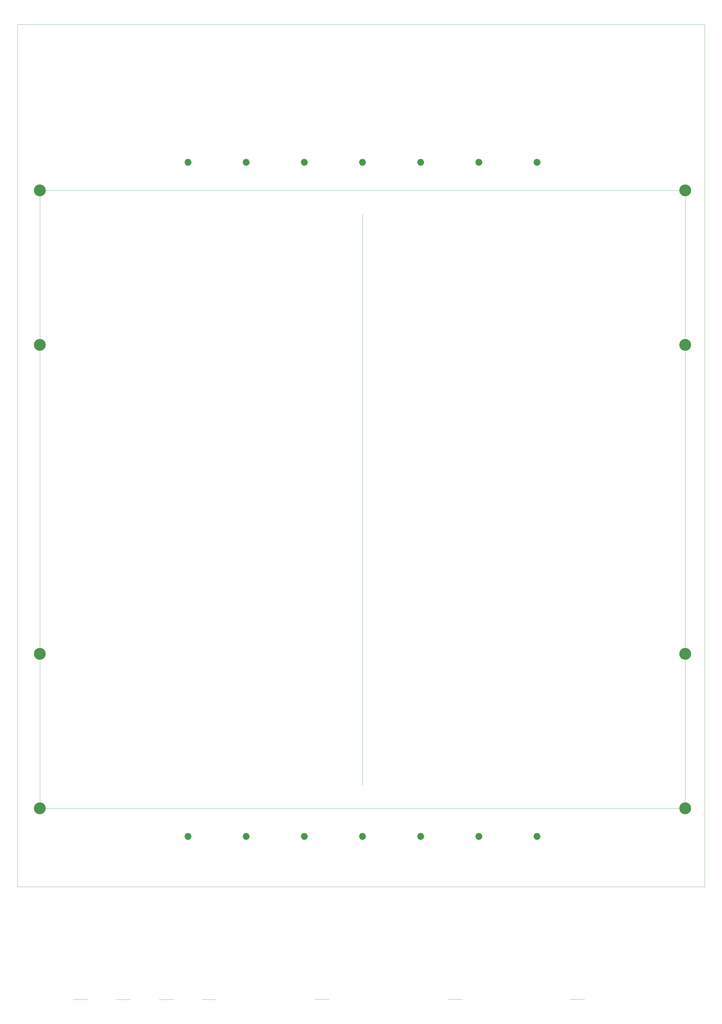
<source format=gbr>
G04 #@! TF.GenerationSoftware,KiCad,Pcbnew,(6.0.4-0)*
G04 #@! TF.CreationDate,2023-02-17T12:35:34-08:00*
G04 #@! TF.ProjectId,stripline_anode,73747269-706c-4696-9e65-5f616e6f6465,1a*
G04 #@! TF.SameCoordinates,Original*
G04 #@! TF.FileFunction,OtherDrawing,Comment*
%FSLAX46Y46*%
G04 Gerber Fmt 4.6, Leading zero omitted, Abs format (unit mm)*
G04 Created by KiCad (PCBNEW (6.0.4-0)) date 2023-02-17 12:35:34*
%MOMM*%
%LPD*%
G01*
G04 APERTURE LIST*
%ADD10C,2.125000*%
%ADD11C,1.250000*%
%ADD12C,0.100000*%
%ADD13C,0.120000*%
G04 APERTURE END LIST*
D10*
X160446288Y-182840740D02*
G75*
G03*
X160446288Y-182840740I-1062500J0D01*
G01*
X390446278Y-182840740D02*
G75*
G03*
X390446278Y-182840740I-1062500J0D01*
G01*
D11*
X233548768Y-117840740D02*
G75*
G03*
X233548768Y-117840740I-625000J0D01*
G01*
X295738768Y-117840740D02*
G75*
G03*
X295738768Y-117840740I-625000J0D01*
G01*
X337198778Y-117840740D02*
G75*
G03*
X337198778Y-117840740I-625000J0D01*
G01*
D10*
X160446288Y-347840740D02*
G75*
G03*
X160446288Y-347840740I-1062500J0D01*
G01*
X390446278Y-292840750D02*
G75*
G03*
X390446278Y-292840750I-1062500J0D01*
G01*
D11*
X316468768Y-357840740D02*
G75*
G03*
X316468768Y-357840740I-625000J0D01*
G01*
X254278778Y-117840740D02*
G75*
G03*
X254278778Y-117840740I-625000J0D01*
G01*
X316468768Y-117840740D02*
G75*
G03*
X316468768Y-117840740I-625000J0D01*
G01*
X275008788Y-357840740D02*
G75*
G03*
X275008788Y-357840740I-625000J0D01*
G01*
D10*
X390446278Y-127840750D02*
G75*
G03*
X390446278Y-127840750I-1062500J0D01*
G01*
D12*
X396303788Y-68790750D02*
X151373788Y-68790750D01*
X151373788Y-68790750D02*
X151373788Y-375800750D01*
X151373788Y-375800750D02*
X396303788Y-375800750D01*
X396303788Y-375800750D02*
X396303788Y-68790750D01*
X159383788Y-127840750D02*
X389383788Y-127840750D01*
X389383788Y-127840750D02*
X389383788Y-347840750D01*
X389383788Y-347840750D02*
X159383788Y-347840750D01*
X159383788Y-347840750D02*
X159383788Y-127840750D01*
D11*
X337198778Y-357840740D02*
G75*
G03*
X337198778Y-357840740I-625000J0D01*
G01*
X233548768Y-357840740D02*
G75*
G03*
X233548768Y-357840740I-625000J0D01*
G01*
D12*
X274383788Y-136135500D02*
X274383788Y-339545500D01*
D10*
X390446278Y-347840740D02*
G75*
G03*
X390446278Y-347840740I-1062500J0D01*
G01*
D11*
X254278778Y-357840740D02*
G75*
G03*
X254278778Y-357840740I-625000J0D01*
G01*
X295738768Y-357840740D02*
G75*
G03*
X295738768Y-357840740I-625000J0D01*
G01*
X212818788Y-117840740D02*
G75*
G03*
X212818788Y-117840740I-625000J0D01*
G01*
X275008788Y-117840740D02*
G75*
G03*
X275008788Y-117840740I-625000J0D01*
G01*
D10*
X160446288Y-292840750D02*
G75*
G03*
X160446288Y-292840750I-1062500J0D01*
G01*
X160446288Y-127840750D02*
G75*
G03*
X160446288Y-127840750I-1062500J0D01*
G01*
D11*
X212818788Y-357840740D02*
G75*
G03*
X212818788Y-357840740I-625000J0D01*
G01*
D13*
X206966832Y-415895500D02*
X201886832Y-415895500D01*
X353483500Y-415870500D02*
X348403500Y-415870500D01*
X191650166Y-415895500D02*
X186570166Y-415895500D01*
X262433500Y-415870500D02*
X257353500Y-415870500D01*
X309858500Y-415870500D02*
X304778500Y-415870500D01*
X222283500Y-415895500D02*
X217203500Y-415895500D01*
X176333500Y-415895500D02*
X171253500Y-415895500D01*
M02*

</source>
